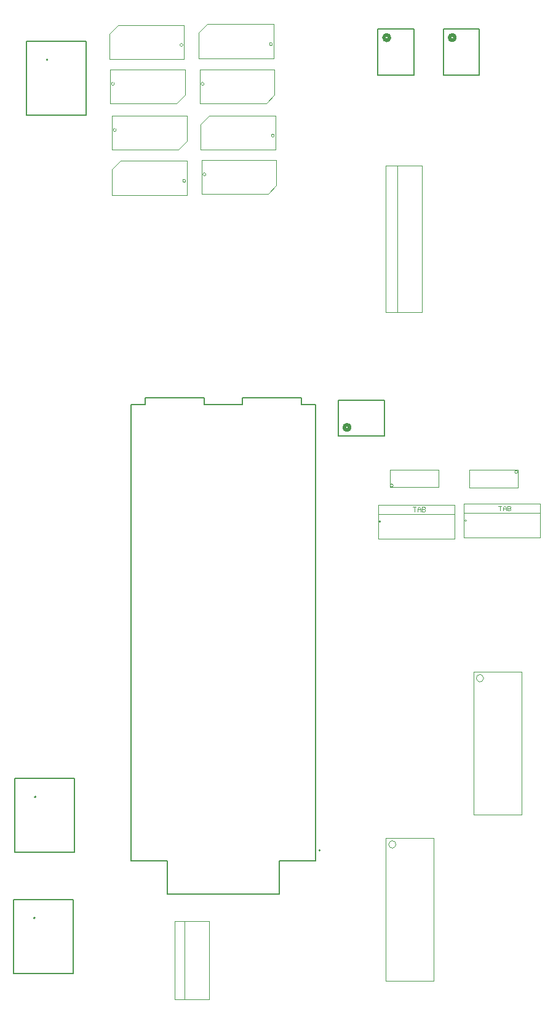
<source format=gbr>
%TF.GenerationSoftware,Altium Limited,Altium Designer,25.8.1 (18)*%
G04 Layer_Color=16711935*
%FSLAX45Y45*%
%MOMM*%
%TF.SameCoordinates,412E6415-05C8-40E6-B22C-806341DFC968*%
%TF.FilePolarity,Positive*%
%TF.FileFunction,Other,Mechanical_13*%
%TF.Part,Single*%
G01*
G75*
%TA.AperFunction,NonConductor*%
%ADD42C,0.20000*%
%ADD45C,0.15240*%
%ADD46C,0.50800*%
%ADD47C,0.12700*%
%ADD66C,0.10000*%
%ADD67C,0.00000*%
%ADD68C,0.02540*%
D42*
X10999700Y3352800D02*
G03*
X10999700Y3352800I-10000J0D01*
G01*
X7249000Y14224001D02*
G03*
X7249000Y14224001I-10000J0D01*
G01*
X7071200Y2425700D02*
G03*
X7071200Y2425700I-10000J0D01*
G01*
X7083900Y4089400D02*
G03*
X7083900Y4089400I-10000J0D01*
G01*
D45*
X11882120Y9050020D02*
Y9542780D01*
X11247120D02*
X11882120D01*
X11247120Y9050020D02*
Y9542780D01*
Y9050020D02*
X11882120D01*
X12694920Y14013181D02*
X13187680D01*
Y14648180D01*
X12694920D02*
X13187680D01*
X12694920Y14013181D02*
Y14648180D01*
X11793220Y14013181D02*
X12285980D01*
Y14648180D01*
X11793220D02*
X12285980D01*
X11793220Y14013181D02*
Y14648180D01*
D46*
X11366500Y9131300D02*
G03*
X11366500Y9207500I0J38100D01*
G01*
D02*
G03*
X11366500Y9131300I0J-38100D01*
G01*
X12776200Y14528799D02*
G03*
X12852400Y14528799I38100J0D01*
G01*
D02*
G03*
X12776200Y14528799I-38100J0D01*
G01*
X11874500D02*
G03*
X11950700Y14528799I38100J0D01*
G01*
D02*
G03*
X11874500Y14528799I-38100J0D01*
G01*
D47*
X8894700Y2749500D02*
Y3212800D01*
Y2749500D02*
X10434700D01*
Y3212800D01*
X8589700Y9486800D02*
Y9573800D01*
X9399700D01*
Y9486800D02*
Y9573800D01*
X9929700Y9486800D02*
Y9573800D01*
X10739700D01*
Y9486800D02*
Y9573800D01*
X10934700Y3212800D02*
Y9486800D01*
X10739700D02*
X10934700D01*
X9399700D02*
X9929700D01*
X8394700D02*
X8589700D01*
X8394700Y3212800D02*
Y9486800D01*
Y3212800D02*
X8894700D01*
X10434700D02*
X10934700D01*
X6956000Y14478000D02*
X7776000D01*
X6956000Y13462000D02*
Y14478000D01*
Y13462000D02*
X7776000D01*
Y14478000D01*
X7598200Y1663700D02*
Y2679700D01*
X6778200Y1663700D02*
X7598200D01*
X6778200D02*
Y2679700D01*
X7598200D01*
X7610900Y3327400D02*
Y4343400D01*
X6790900Y3327400D02*
X7610900D01*
X6790900D02*
Y4343400D01*
X7610900D01*
D66*
X12040100Y3435000D02*
G03*
X12040100Y3435000I-50000J0D01*
G01*
X13246600Y5721000D02*
G03*
X13246600Y5721000I-50000J0D01*
G01*
X12062100Y10750200D02*
Y12770200D01*
X11902100D02*
X12402100D01*
X11902100Y10750200D02*
X12402100D01*
X11902100D02*
Y12770200D01*
X12402100Y10750200D02*
Y12770200D01*
X11900100Y1555000D02*
X12560100D01*
X11900100Y3525000D02*
X12560100D01*
Y1555000D02*
Y3525000D01*
X11900100Y1555000D02*
Y3525000D01*
X13106599Y3841000D02*
X13766600D01*
X13106599Y5811000D02*
X13766600D01*
Y3841000D02*
Y5811000D01*
X13106599Y3841000D02*
Y5811000D01*
X8998700Y1306500D02*
Y2376500D01*
X9468700Y1306500D02*
Y2376500D01*
X8998700Y1306500D02*
X9468700D01*
X8998700Y2376500D02*
X9468700D01*
X9128700Y1306500D02*
Y2376500D01*
D67*
X11834020Y7874000D02*
G03*
X11834020Y7874000I-12700J0D01*
G01*
X13009720Y7886700D02*
G03*
X13009720Y7886700I-12700J0D01*
G01*
X12002770Y8372600D02*
G03*
X12002770Y8372600I-20320J0D01*
G01*
X13717270Y8556500D02*
G03*
X13717270Y8556500I-20320J0D01*
G01*
X9398000Y13893800D02*
G03*
X9398000Y13893800I-20320J0D01*
G01*
X9423400Y12649200D02*
G03*
X9423400Y12649200I-20320J0D01*
G01*
X10365740Y13182600D02*
G03*
X10365740Y13182600I-20320J0D01*
G01*
X10340340Y14439900D02*
G03*
X10340340Y14439900I-20320J0D01*
G01*
X8191500Y13258800D02*
G03*
X8191500Y13258800I-20320J0D01*
G01*
X8166100Y13893800D02*
G03*
X8166100Y13893800I-20320J0D01*
G01*
X9146540Y12560300D02*
G03*
X9146540Y12560300I-20320J0D01*
G01*
X9108440Y14427200D02*
G03*
X9108440Y14427200I-20320J0D01*
G01*
D68*
X11795920Y7979410D02*
X12847479D01*
X11795920Y7641590D02*
X12847479D01*
Y8106410D01*
X11795920D02*
X12847479D01*
X11795920Y7641590D02*
Y8106410D01*
X12971620Y7992110D02*
X14023180D01*
X12971620Y7654290D02*
X14023180D01*
Y8119110D01*
X12971620D02*
X14023180D01*
X12971620Y7654290D02*
Y8119110D01*
X11957050Y8347200D02*
X12630150D01*
Y8585200D01*
X11957050D02*
X12630150D01*
X11957050Y8347200D02*
Y8585200D01*
X13049249Y8581900D02*
X13722350D01*
X13049249Y8343900D02*
Y8581900D01*
Y8343900D02*
X13722350D01*
Y8581900D01*
X9339580Y13620750D02*
Y14090649D01*
X10370820D01*
Y13738225D02*
Y14090649D01*
X10253345Y13620750D02*
X10370820Y13738225D01*
X9339580Y13620750D02*
X10253345D01*
X9364980Y12376150D02*
Y12846049D01*
X10396220D01*
Y12493625D02*
Y12846049D01*
X10278745Y12376150D02*
X10396220Y12493625D01*
X9364980Y12376150D02*
X10278745D01*
X10383520Y12985750D02*
Y13455650D01*
X9352280Y12985750D02*
X10383520D01*
X9352280D02*
Y13338174D01*
X9469755Y13455650D01*
X10383520D01*
X10358120Y14243050D02*
Y14712950D01*
X9326880Y14243050D02*
X10358120D01*
X9326880D02*
Y14595474D01*
X9444355Y14712950D01*
X10358120D01*
X8133080Y12985750D02*
X9046845D01*
X9164320Y13103226D01*
Y13455650D01*
X8133080D02*
X9164320D01*
X8133080Y12985750D02*
Y13455650D01*
X8107680Y13620750D02*
X9021445D01*
X9138920Y13738225D01*
Y14090649D01*
X8107680D02*
X9138920D01*
X8107680Y13620750D02*
Y14090649D01*
X9164320Y12363450D02*
Y12833350D01*
X8133080Y12363450D02*
X9164320D01*
X8133080D02*
Y12715875D01*
X8250555Y12833350D01*
X9164320D01*
X9126220Y14230350D02*
Y14700250D01*
X8094980Y14230350D02*
X9126220D01*
X8094980D02*
Y14582774D01*
X8212455Y14700250D01*
X9126220D01*
X12274075Y8074639D02*
X12316395D01*
X12295235D01*
Y8011160D01*
X12337554D02*
Y8053480D01*
X12358714Y8074639D01*
X12379874Y8053480D01*
Y8011160D01*
Y8042900D01*
X12337554D01*
X12401034Y8074639D02*
Y8011160D01*
X12432774D01*
X12443354Y8021740D01*
Y8032320D01*
X12432774Y8042900D01*
X12401034D01*
X12432774D01*
X12443354Y8053480D01*
Y8064060D01*
X12432774Y8074639D01*
X12401034D01*
X13449776Y8087339D02*
X13492094D01*
X13470935D01*
Y8023860D01*
X13513254D02*
Y8066180D01*
X13534415Y8087339D01*
X13555574Y8066180D01*
Y8023860D01*
Y8055600D01*
X13513254D01*
X13576733Y8087339D02*
Y8023860D01*
X13608475D01*
X13619054Y8034440D01*
Y8045020D01*
X13608475Y8055600D01*
X13576733D01*
X13608475D01*
X13619054Y8066180D01*
Y8076760D01*
X13608475Y8087339D01*
X13576733D01*
%TF.MD5,cb224c20aab650d696a84f4b44a4d98f*%
M02*

</source>
